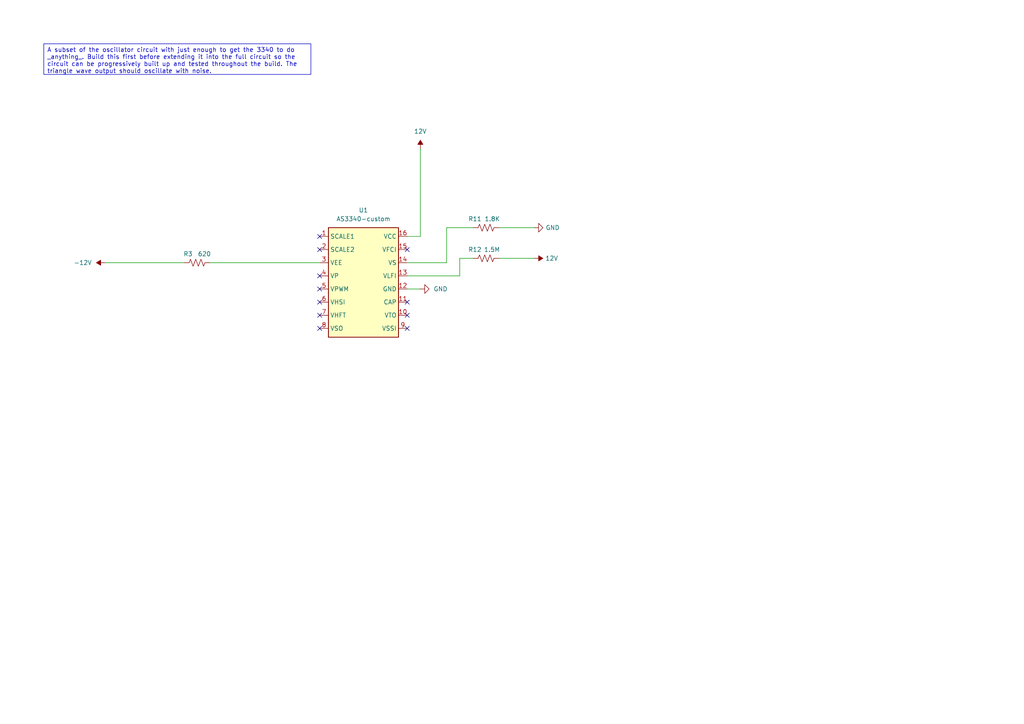
<source format=kicad_sch>
(kicad_sch (version 20231120) (generator "eeschema") (generator_version "8.0")
  (paper "A4")
  (lib_symbols
    (symbol "Device:R_US" (pin_numbers hide) (pin_names (offset 0))
      (property "Reference" "R" (at 2.54 0 90))
      (property "Value" "R_US" (at -2.54 0 90))
      (symbol "R_US_0_1"
        (polyline (pts (xy 0 -2.286) (xy 0 -2.54)))
        (polyline (pts (xy 0 2.286) (xy 0 2.54)))
        (polyline (pts (xy 0 -0.762) (xy 1.016 -1.143) (xy 0 -1.524) (xy -1.016 -1.905) (xy 0 -2.286)))
        (polyline (pts (xy 0 0.762) (xy 1.016 0.381) (xy 0 0) (xy -1.016 -0.381) (xy 0 -0.762)))
        (polyline (pts (xy 0 2.286) (xy 1.016 1.905) (xy 0 1.524) (xy -1.016 1.143) (xy 0 0.762)))
      )
      (symbol "R_US_1_1"
        (pin passive line (at 0 3.81 270) (length 1.27) (name "~") (number "1"))
        (pin passive line (at 0 -3.81 90) (length 1.27) (name "~") (number "2"))
      )
    )
    (symbol "custom_symbols:AS3340-custom"
      (property "Reference" "U" (at -5.08 17.78 0))
      (property "Value" "AS3340-custom" (at 5.08 17.78 0))
      (symbol "AS3340-custom_0_1"
        (rectangle (start -10.16 15.24) (end 10.16 -16.51) (stroke (width 0.254)) (fill (type background)))
      )
      (symbol "AS3340-custom_1_1"
        (pin input line (at -12.7 12.7 0) (length 2.54) (name "SCALE1") (number "1"))
        (pin output line (at 12.7 -10.16 180) (length 2.54) (name "VTO") (number "10"))
        (pin passive line (at 12.7 -6.35 180) (length 2.54) (name "CAP") (number "11"))
        (pin power_in line (at 12.7 -2.54 180) (length 2.54) (name "GND") (number "12"))
        (pin input line (at 12.7 1.27 180) (length 2.54) (name "VLFI") (number "13"))
        (pin passive line (at 12.7 5.08 180) (length 2.54) (name "VS") (number "14"))
        (pin input line (at 12.7 8.89 180) (length 2.54) (name "VFCI") (number "15"))
        (pin power_in line (at 12.7 12.7 180) (length 2.54) (name "VCC") (number "16"))
        (pin input line (at -12.7 8.89 0) (length 2.54) (name "SCALE2") (number "2"))
        (pin power_in line (at -12.7 5.08 0) (length 2.54) (name "VEE") (number "3"))
        (pin output line (at -12.7 1.27 0) (length 2.54) (name "VP") (number "4"))
        (pin input line (at -12.7 -2.54 0) (length 2.54) (name "VPWM") (number "5"))
        (pin input line (at -12.7 -6.35 0) (length 2.54) (name "VHSI") (number "6"))
        (pin input line (at -12.7 -10.16 0) (length 2.54) (name "VHFT") (number "7"))
        (pin output line (at -12.7 -13.97 0) (length 2.54) (name "VSO") (number "8"))
        (pin input line (at 12.7 -13.97 180) (length 2.54) (name "VSSI") (number "9"))
      )
    )
    (symbol "power:-12V" (power) (pin_numbers hide) (pin_names (offset 0) hide)
      (property "Value" "-12V" (at 0 3.556 0))
      (symbol "-12V_0_0"
        (pin power_in line (at 0 0 90) (length 0) (name "~") (number "1"))
      )
      (symbol "-12V_0_1"
        (polyline (pts (xy 0 0) (xy 0 1.27) (xy 0.762 1.27) (xy 0 2.54) (xy -0.762 1.27) (xy 0 1.27)) (fill (type outline)))
      )
    )
    (symbol "power:GND" (power) (pin_numbers hide) (pin_names (offset 0) hide)
      (property "Value" "GND" (at 0 -3.81 0))
      (symbol "GND_0_1"
        (polyline (pts (xy 0 0) (xy 0 -1.27) (xy 1.27 -1.27) (xy 0 -2.54) (xy -1.27 -1.27) (xy 0 -1.27)))
      )
      (symbol "GND_1_1"
        (pin power_in line (at 0 0 270) (length 0) (name "~") (number "1"))
      )
    )
  )
  (no_connect (at 92.71 83.82))
  (no_connect (at 118.11 72.39))
  (no_connect (at 92.71 87.63))
  (no_connect (at 118.11 95.25))
  (no_connect (at 92.71 91.44))
  (no_connect (at 92.71 68.58))
  (no_connect (at 92.71 80.01))
  (no_connect (at 118.11 91.44))
  (no_connect (at 92.71 95.25))
  (no_connect (at 92.71 72.39))
  (no_connect (at 118.11 87.63))
  (wire (pts (xy 144.78 66.04) (xy 154.94 66.04)))
  (wire (pts (xy 30.48 76.2) (xy 53.34 76.2)))
  (wire (pts (xy 133.35 74.93) (xy 137.16 74.93)))
  (wire (pts (xy 118.11 83.82) (xy 121.92 83.82)))
  (wire (pts (xy 118.11 68.58) (xy 121.92 68.58)))
  (wire (pts (xy 118.11 80.01) (xy 133.35 80.01)))
  (wire (pts (xy 133.35 80.01) (xy 133.35 74.93)))
  (wire (pts (xy 129.54 76.2) (xy 129.54 66.04)))
  (wire (pts (xy 129.54 66.04) (xy 137.16 66.04)))
  (wire (pts (xy 118.11 76.2) (xy 129.54 76.2)))
  (wire (pts (xy 144.78 74.93) (xy 154.94 74.93)))
  (wire (pts (xy 121.92 68.58) (xy 121.92 43.18)))
  (wire (pts (xy 60.96 76.2) (xy 92.71 76.2)))
  (text_box "A subset of the oscillator circuit with just enough to get the 3340 to do _anything_. Build this first before extending it into the full circuit so the circuit can be progressively built up and tested throughout the build. The triangle wave output should oscillate with noise." (at 12.7 12.7 0) (size 77.47 8.89) (effects (font (size 1.27 1.27)) (justify left top)))
  (symbol (lib_id "power:-12V") (at 30.48 76.2 90) (unit 1)
    (property "Reference" "#PWR01" (effects (hide yes)))
    (property "Value" "-12V" (at 26.67 76.1999 90) (effects (justify left)))
    (property "Description" "Power symbol creates a global label with name \"-12V\"" (effects (hide yes)))
  )
  (symbol (lib_id "Device:R_US") (at 140.97 66.04 90) (unit 1)
    (property "Reference" "R11" (at 139.6999 63.5 90) (effects (justify left)))
    (property "Value" "1.8K" (at 145.034 63.5 90) (effects (justify left)))
    (property "Description" "Resistor, US symbol" (effects (hide yes)))
  )
  (symbol (lib_id "power:GND") (at 154.94 66.04 90) (unit 1)
    (property "Reference" "#PWR016" (effects (hide yes)))
    (property "Value" "GND" (at 158.242 66.04 90) (effects (justify right)))
    (property "Description" "Power symbol creates a global label with name \"GND\" , ground" (effects (hide yes)))
  )
  (symbol (lib_id "power:-12V") (at 154.94 74.93 270) (mirror x) (unit 1)
    (property "Reference" "#PWR018" (effects (hide yes)))
    (property "Value" "12V" (at 160.02 74.93 90))
    (property "Description" "Power symbol creates a global label with name \"-12V\"" (effects (hide yes)))
  )
  (symbol (lib_id "Device:R_US") (at 57.15 76.2 90) (unit 1)
    (property "Reference" "R3" (at 55.8799 73.66 90) (effects (justify left)))
    (property "Value" "620" (at 61.214 73.66 90) (effects (justify left)))
    (property "Description" "Resistor, US symbol" (effects (hide yes)))
  )
  (symbol (lib_id "custom_symbols:AS3340-custom") (at 105.41 81.28 0) (unit 1)
    (property "Reference" "U1" (at 105.41 60.96 0))
    (property "Value" "AS3340-custom" (at 105.41 63.5 0))
    (property "Datasheet" "http://www.alfarzpp.lv/eng/sc/AS3340.pdf" (effects (hide yes)))
    (property "Description" "Voltage Controlled Oscillator (VCO), DIP-16/SOIC-16" (effects (hide yes)))
  )
  (symbol (lib_id "Device:R_US") (at 140.97 74.93 90) (unit 1)
    (property "Reference" "R12" (at 139.6999 72.39 90) (effects (justify left)))
    (property "Value" "1.5M" (at 145.034 72.39 90) (effects (justify left)))
    (property "Description" "Resistor, US symbol" (effects (hide yes)))
  )
  (symbol (lib_id "power:-12V") (at 121.92 43.18 0) (unit 1)
    (property "Reference" "#PWR012" (effects (hide yes)))
    (property "Value" "12V" (at 121.92 38.1 0))
    (property "Description" "Power symbol creates a global label with name \"-12V\"" (effects (hide yes)))
  )
  (symbol (lib_id "power:GND") (at 121.92 83.82 90) (unit 1)
    (property "Reference" "#PWR020" (effects (hide yes)))
    (property "Value" "GND" (at 125.73 83.8199 90) (effects (justify right)))
    (property "Description" "Power symbol creates a global label with name \"GND\" , ground" (effects (hide yes)))
  )
)
</source>
